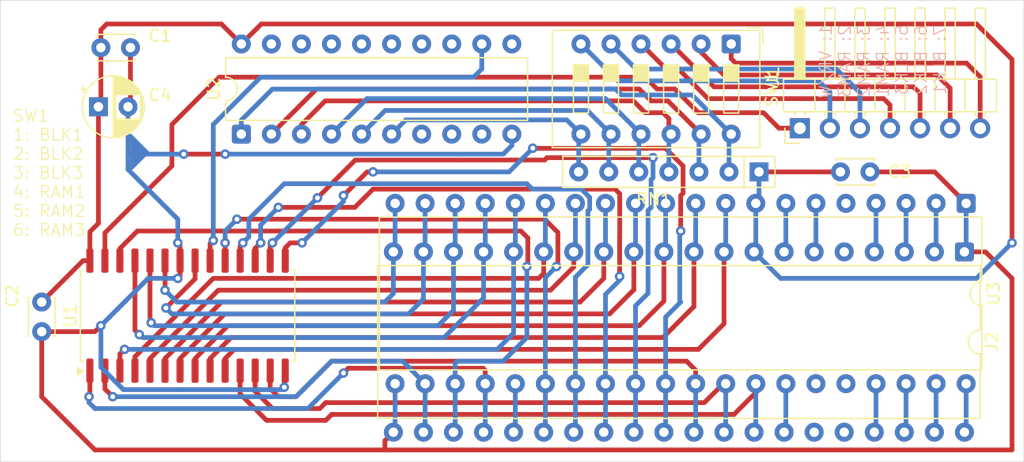
<source format=kicad_pcb>
(kicad_pcb (version 20241229) (generator "pcbnew") (generator_version "9.0")
  (layers (0 "F.Cu" signal) (2 "B.Cu" signal) (13 "F.Paste" user) (15 "B.Paste" user) (5 "F.SilkS" user "F.Silkscreen") (7 "B.SilkS" user "B.Silkscreen") (1 "F.Mask" user) (3 "B.Mask" user) (25 "Edge.Cuts" user))
  (net 0 "")
  (net 1 "GND")
  (net 2 "+5V")
  (net 3 "BLK2")
  (net 4 "RAM1")
  (net 5 "BLK1")
  (net 6 "RAM3")
  (net 7 "BLK3")
  (net 8 "VR{slash}W")
  (net 9 "RAM2")
  (net 10 "Net-(J2-Pin_31)")
  (net 11 "Net-(J2-Pin_13)")
  (net 12 "Net-(J2-Pin_2)")
  (net 13 "Net-(J2-Pin_32)")
  (net 14 "Net-(J2-Pin_18)")
  (net 15 "Net-(J2-Pin_39)")
  (net 16 "Net-(J2-Pin_29)")
  (net 17 "Net-(J2-Pin_15)")
  (net 18 "Net-(J2-Pin_40)")
  (net 19 "Net-(J2-Pin_17)")
  (net 20 "Net-(J2-Pin_37)")
  (net 21 "Net-(J2-Pin_33)")
  (net 22 "Net-(J2-Pin_9)")
  (net 23 "Net-(J2-Pin_23)")
  (net 24 "Net-(J2-Pin_27)")
  (net 25 "Net-(J2-Pin_16)")
  (net 26 "Net-(J2-Pin_11)")
  (net 27 "Net-(J2-Pin_22)")
  (net 28 "Net-(J2-Pin_38)")
  (net 29 "Net-(J2-Pin_4)")
  (net 30 "Net-(J2-Pin_28)")
  (net 31 "Net-(J2-Pin_19)")
  (net 33 "Net-(J2-Pin_3)")
  (net 34 "Net-(J2-Pin_14)")
  (net 35 "Net-(J2-Pin_10)")
  (net 36 "Net-(J2-Pin_30)")
  (net 37 "Net-(J2-Pin_20)")
  (net 38 "Net-(J2-Pin_7)")
  (net 39 "Net-(J2-Pin_25)")
  (net 40 "Net-(J2-Pin_26)")
  (net 41 "Net-(J2-Pin_12)")
  (net 42 "Net-(J2-Pin_34)")
  (net 45 "Net-(J2-Pin_6)")
  (net 46 "Net-(J2-Pin_24)")
  (net 47 "Net-(RN1-R5)")
  (net 48 "Net-(RN1-R6)")
  (net 49 "Net-(RN1-R1)")
  (net 50 "Net-(RN1-R4)")
  (net 51 "Net-(RN1-R2)")
  (net 52 "Net-(RN1-R3)")
  (net 53 "Net-(U1-~{CS})")
  (footprint "Capacitor_THT:C_Disc_D3.0mm_W2.0mm_P2.50mm" (layer "F.Cu") (at 80.5 127.5 -90)
    (property "Reference" "C2")
    (property "Value" ".1uf")
  )
  (footprint "Package_DIP:DIP-40_W15.24mm" (layer "F.Cu") (at 158.48 123.26 -90)
    (property "Reference" "J2")
    (property "Value" "DIP Header")
  )
  (footprint "Package_DIP:DIP-20_W7.62mm" (layer "F.Cu") (at 97.37 113.31 90)
    (property "Reference" "U2")
    (property "Value" "GAL16V8")
  )
  (footprint "Capacitor_THT:CP_Radial_D5.0mm_P2.50mm" (layer "F.Cu") (at 85.294888 111)
    (property "Reference" "C4")
    (property "Value" "10uf")
  )
  (footprint "Connector_PinHeader_2.54mm:PinHeader_1x07_P2.54mm_Horizontal" (layer "F.Cu") (at 144.57 112.81 90)
    (property "Reference" "J1")
    (property "Value" "7pin header")
  )
  (footprint "Package_SO:SOIC-28W_7.5x17.9mm_P1.27mm" (layer "F.Cu") (at 92.825 128.65 90)
    (property "Reference" "U1")
    (property "Value" "CY62256-70PC")
  )
  (footprint "Capacitor_THT:C_Disc_D3.0mm_W2.0mm_P2.50mm" (layer "F.Cu") (at 85.5 106)
    (property "Reference" "C1")
    (property "Value" ".1uf")
  )
  (footprint "Resistor_THT:R_Array_SIP7" (layer "F.Cu") (at 141.12 116.5 180)
    (property "Reference" "RN1")
    (property "Value" "3.3K")
  )
  (footprint "Button_Switch_THT:SW_DIP_SPSTx06_Slide_9.78x17.42mm_W7.62mm_P2.54mm" (layer "F.Cu") (at 138.77 105.69 -90)
    (property "Reference" "SW1")
    (property "Value" "SW_DIP_x06")
  )
  (footprint "Package_DIP:DIP-40_W15.24mm" (layer "F.Cu") (at 158.625 119.16 -90)
    (property "Reference" "U3")
    (property "Value" "6502")
  )
  (footprint "Capacitor_THT:C_Disc_D3.0mm_W2.0mm_P2.50mm" (layer "F.Cu") (at 148 116.5)
    (property "Reference" "C3")
    (property "Value" ".1uf")
  )
  (gr_line (start 77 102) (end 77 140.5) (stroke (width 0.05)) (layer "Edge.Cuts"))
  (gr_line (start 77 141) (end 77 140.5) (stroke (width 0.05)) (layer "Edge.Cuts"))
  (gr_line (start 163.5 141) (end 163.5 102) (stroke (width 0.05)) (layer "Edge.Cuts"))
  (gr_line (start 163.5 102) (end 77 102) (stroke (width 0.05)) (layer "Edge.Cuts"))
  (gr_line (start 77 141) (end 163.5 141) (stroke (width 0.05)) (layer "Edge.Cuts"))
  (gr_text "SW1\n1: BLK1\n2: BLK2\n3: BLK3\n4: RAM1\n5: RAM2\n6: RAM3" (at 78 122 0) (layer "F.SilkS") (effects (font (size 1 1) (thickness 0.1)) (justify left bottom)))
  (gr_text "1: VR/W\n2: RAM3\n3: RAM2\n4: RAM1\n5: BLK3\n6: BLK2\n7: BLK1" (at 157 104 90) (layer "B.SilkS") (effects (font (size 1 1) (thickness 0.1)) (justify left bottom mirror)))
  (segment (start 150.5 116.5) (end 155.965 116.5) (width 0.4) (layer "F.Cu") (net 1))
  (segment (start 88 110.794888) (end 87.794888 111) (width 0.4) (layer "F.Cu") (net 1))
  (segment (start 162.5 140) (end 162.5 125.5) (width 0.4) (layer "F.Cu") (net 1))
  (segment (start 162.5 125.5) (end 160.26 123.26) (width 0.4) (layer "F.Cu") (net 1))
  (segment (start 101 133.38) (end 101.08 133.3) (width 0.4) (layer "F.Cu") (net 1))
  (segment (start 85 140) (end 109.5 140) (width 0.4) (layer "F.Cu") (net 1))
  (segment (start 92.19 124) (end 92.19 125.31) (width 0.4) (layer "F.Cu") (net 1))
  (segment (start 92.19 125.31) (end 92 125.5) (width 0.4) (layer "F.Cu") (net 1))
  (segment (start 96 115) (end 93.5 115) (width 0.4) (layer "F.Cu") (net 1))
  (segment (start 109.5 140) (end 109.5 139.22) (width 0.4) (layer "F.Cu") (net 1))
  (segment (start 109.5 140) (end 162.5 140) (width 0.4) (layer "F.Cu") (net 1))
  (segment (start 88 106) (end 88 110.794888) (width 0.4) (layer "F.Cu") (net 1))
  (segment (start 80.5 135.5) (end 85 140) (width 0.4) (layer "F.Cu") (net 1))
  (segment (start 160.26 123.26) (end 158.48 123.26) (width 0.4) (layer "F.Cu") (net 1))
  (segment (start 80.5 130) (end 85 130) (width 0.4) (layer "F.Cu") (net 1))
  (segment (start 93.5 115) (end 92.5 115) (width 0.4) (layer "F.Cu") (net 1))
  (segment (start 101 134.7) (end 101 133.38) (width 0.4) (layer "F.Cu") (net 1))
  (segment (start 80.5 130) (end 80.5 135.5) (width 0.4) (layer "F.Cu") (net 1))
  (segment (start 155.965 116.5) (end 158.625 119.16) (width 0.4) (layer "F.Cu") (net 1))
  (segment (start 92.19 124) (end 92.19 122.69) (width 0.4) (layer "F.Cu") (net 1))
  (segment (start 85 130) (end 85.5 129.5) (width 0.4) (layer "F.Cu") (net 1))
  (segment (start 109.5 139.22) (end 110.22 138.5) (width 0.4) (layer "F.Cu") (net 1))
  (segment (start 92.19 122.69) (end 92 122.5) (width 0.4) (layer "F.Cu") (net 1))
  (via (at 92.5 115) (size 0.8) (drill 0.4) (layers "F.Cu" "B.Cu") (net 1))
  (via (at 96 115) (size 0.8) (drill 0.4) (layers "F.Cu" "B.Cu") (net 1))
  (via (at 85.5 129.5) (size 0.8) (drill 0.4) (layers "F.Cu" "B.Cu") (net 1))
  (via (at 101 134.7) (size 0.8) (drill 0.4) (layers "F.Cu" "B.Cu") (net 1))
  (via (at 92 122.5) (size 0.8) (drill 0.4) (layers "F.Cu" "B.Cu") (net 1))
  (via (at 92 125.5) (size 0.8) (drill 0.4) (layers "F.Cu" "B.Cu") (net 1))
  (segment (start 89.5 125.5) (end 92 125.5) (width 0.4) (layer "B.Cu") (net 1))
  (segment (start 87.794888 113.5) (end 88 113.5) (width 0.4) (layer "B.Cu") (net 1))
  (segment (start 87.794888 111) (end 87.794888 113.5) (width 0.4) (layer "B.Cu") (net 1))
  (segment (start 85.5 133) (end 85.5 129.5) (width 0.4) (layer "B.Cu") (net 1))
  (segment (start 87.794888 115) (end 87.794888 116.294888) (width 0.4) (layer "B.Cu") (net 1))
  (segment (start 87.5 134.899) (end 87.399 134.899) (width 0.4) (layer "B.Cu") (net 1))
  (segment (start 119.5 115) (end 96.5 115) (width 0.4) (layer "B.Cu") (net 1))
  (segment (start 158.625 119.16) (end 158.625 122.615) (width 0.4) (layer "B.Cu") (net 1))
  (segment (start 100.801 134.899) (end 92 134.899) (width 0.4) (layer "B.Cu") (net 1))
  (segment (start 120.23 113.31) (end 120.23 114.27) (width 0.4) (layer "B.Cu") (net 1))
  (segment (start 120.23 114.27) (end 119.5 115) (width 0.4) (layer "B.Cu") (net 1))
  (segment (start 158.625 122.615) (end 158.48 122.76) (width 0.4) (layer "B.Cu") (net 1))
  (segment (start 110.365 137.855) (end 110.22 138) (width 0.4) (layer "B.Cu") (net 1))
  (segment (start 87.399 134.899) (end 85.5 133) (width 0.4) (layer "B.Cu") (net 1))
  (segment (start 85.5 129.5) (end 89.5 125.5) (width 0.4) (layer "B.Cu") (net 1))
  (segment (start 101 134.7) (end 100.801 134.899) (width 0.4) (layer "B.Cu") (net 1))
  (segment (start 89.5 115) (end 87.794888 115) (width 0.4) (layer "B.Cu") (net 1))
  (segment (start 92.5 115) (end 89.5 115) (width 0.4) (layer "B.Cu") (net 1))
  (segment (start 87.794888 113.5) (end 87.794888 115) (width 0.4) (layer "B.Cu") (net 1))
  (segment (start 92 134.899) (end 87.5 134.899) (width 0.4) (layer "B.Cu") (net 1))
  (segment (start 110.365 134.4) (end 110.365 137.855) (width 0.4) (layer "B.Cu") (net 1))
  (segment (start 88 113.5) (end 89.5 115) (width 0.4) (layer "B.Cu") (net 1))
  (segment (start 87.794888 116.294888) (end 92 120.5) (width 0.4) (layer "B.Cu") (net 1))
  (segment (start 92 120.5) (end 92 122.5) (width 0.4) (layer "B.Cu") (net 1))
  (segment (start 96.5 115) (end 96 115) (width 0.4) (layer "B.Cu") (net 1))
  (segment (start 80.5 127.5) (end 84 124) (width 0.4) (layer "F.Cu") (net 2))
  (segment (start 85.5 104.5) (end 86 104) (width 0.4) (layer "F.Cu") (net 2))
  (segment (start 97.37 105.69) (end 99.06 104) (width 0.4) (layer "F.Cu") (net 2))
  (segment (start 85.294888 111) (end 85.294888 120.845112) (width 0.4) (layer "F.Cu") (net 2))
  (segment (start 85.5 110.794888) (end 85.294888 111) (width 0.4) (layer "F.Cu") (net 2))
  (segment (start 84 124) (end 84.57 124) (width 0.4) (layer "F.Cu") (net 2))
  (segment (start 85.5 106) (end 85.5 104.5) (width 0.4) (layer "F.Cu") (net 2))
  (segment (start 159.5 104) (end 161 105.5) (width 0.4) (layer "F.Cu") (net 2))
  (segment (start 142.5 104) (end 159.5 104) (width 0.4) (layer "F.Cu") (net 2))
  (segment (start 85.294888 120.845112) (end 84.64 121.5) (width 0.4) (layer "F.Cu") (net 2))
  (segment (start 141.12 116.5) (end 148 116.5) (width 0.4) (layer "F.Cu") (net 2))
  (segment (start 161 105.5) (end 162.5 107) (width 0.4) (layer "F.Cu") (net 2))
  (segment (start 162.5 107) (end 162.5 122.5) (width 0.4) (layer "F.Cu") (net 2))
  (segment (start 85.5 106) (end 85.5 110.794888) (width 0.4) (layer "F.Cu") (net 2))
  (segment (start 95.68 104) (end 97.37 105.69) (width 0.4) (layer "F.Cu") (net 2))
  (segment (start 99.06 104) (end 142.5 104) (width 0.4) (layer "F.Cu") (net 2))
  (segment (start 86 104) (end 95.68 104) (width 0.4) (layer "F.Cu") (net 2))
  (segment (start 84.57 121.57) (end 84.57 124) (width 0.4) (layer "F.Cu") (net 2))
  (via (at 162.5 122.5) (size 0.8) (drill 0.4) (layers "F.Cu" "B.Cu") (net 2))
  (segment (start 140.845 122.615) (end 140.7 122.76) (width 0.4) (layer "B.Cu") (net 2))
  (segment (start 159.5 125.5) (end 162.5 122.5) (width 0.4) (layer "B.Cu") (net 2))
  (segment (start 159 125.5) (end 159.5 125.5) (width 0.4) (layer "B.Cu") (net 2))
  (segment (start 141.12 118.885) (end 140.845 119.16) (width 0.4) (layer "B.Cu") (net 2))
  (segment (start 140.845 119.16) (end 140.845 122.615) (width 0.4) (layer "B.Cu") (net 2))
  (segment (start 141.12 116.5) (end 141.12 118.885) (width 0.4) (layer "B.Cu") (net 2))
  (segment (start 142.94 125.5) (end 159 125.5) (width 0.4) (layer "B.Cu") (net 2))
  (segment (start 140.7 123.26) (end 142.94 125.5) (width 0.4) (layer "B.Cu") (net 2))
  (segment (start 138.15 108.31) (end 136.23 106.39) (width 0.4) (layer "F.Cu") (net 3))
  (segment (start 157.27 109.43) (end 156.15 108.31) (width 0.4) (layer "F.Cu") (net 3))
  (segment (start 156.15 108.31) (end 138.15 108.31) (width 0.4) (layer "F.Cu") (net 3))
  (segment (start 157.27 112.81) (end 157.27 109.43) (width 0.4) (layer "F.Cu") (net 3))
  (segment (start 136.23 106.39) (end 136.23 105.69) (width 0.4) (layer "F.Cu") (net 3))
  (segment (start 133.46 108) (end 131.15 105.69) (width 0.4) (layer "F.Cu") (net 4))
  (segment (start 134.5 108) (end 133.46 108) (width 0.4) (layer "F.Cu") (net 4))
  (segment (start 136.81 110.31) (end 134.5 108) (width 0.4) (layer "F.Cu") (net 4))
  (segment (start 151.65 110.31) (end 136.81 110.31) (width 0.4) (layer "F.Cu") (net 4))
  (segment (start 152.19 110.85) (end 151.65 110.31) (width 0.4) (layer "F.Cu") (net 4))
  (segment (start 152.19 112.81) (end 152.19 110.85) (width 0.4) (layer "F.Cu") (net 4))
  (segment (start 139.15 107.31) (end 138.77 106.93) (width 0.4) (layer "F.Cu") (net 5))
  (segment (start 159.81 108.47) (end 158.65 107.31) (width 0.4) (layer "F.Cu") (net 5))
  (segment (start 158.65 107.31) (end 139.15 107.31) (width 0.4) (layer "F.Cu") (net 5))
  (segment (start 159.81 112.81) (end 159.81 108.47) (width 0.4) (layer "F.Cu") (net 5))
  (segment (start 138.77 106.93) (end 138.77 105.69) (width 0.4) (layer "F.Cu") (net 5))
  (segment (start 146.15 108.81) (end 129.19 108.81) (width 0.4) (layer "B.Cu") (net 6))
  (segment (start 129.19 108.81) (end 126.07 105.69) (width 0.4) (layer "B.Cu") (net 6))
  (segment (start 147.11 109.77) (end 146.15 108.81) (width 0.4) (layer "B.Cu") (net 6))
  (segment (start 147.11 112.81) (end 147.11 109.77) (width 0.4) (layer "B.Cu") (net 6))
  (segment (start 137.31 109.31) (end 133.69 105.69) (width 0.4) (layer "F.Cu") (net 7))
  (segment (start 154.73 112.81) (end 154.73 109.89) (width 0.4) (layer "F.Cu") (net 7))
  (segment (start 154.15 109.31) (end 137.31 109.31) (width 0.4) (layer "F.Cu") (net 7))
  (segment (start 154.73 109.89) (end 154.15 109.31) (width 0.4) (layer "F.Cu") (net 7))
  (segment (start 136 111.5) (end 134 109.5) (width 0.4) (layer "F.Cu") (net 8))
  (segment (start 134 109.5) (end 132.5 109.5) (width 0.4) (layer "F.Cu") (net 8))
  (segment (start 85.84 121.66) (end 85.84 124) (width 0.4) (layer "F.Cu") (net 8))
  (segment (start 91.5 112.5) (end 91.5 116) (width 0.4) (layer "F.Cu") (net 8))
  (segment (start 95.5 108.5) (end 91.5 112.5) (width 0.4) (layer "F.Cu") (net 8))
  (segment (start 144.57 112.81) (end 142.81 112.81) (width 0.4) (layer "F.Cu") (net 8))
  (segment (start 142.81 112.81) (end 141.5 111.5) (width 0.4) (layer "F.Cu") (net 8))
  (segment (start 141.5 111.5) (end 136 111.5) (width 0.4) (layer "F.Cu") (net 8))
  (segment (start 131.5 108.5) (end 95.5 108.5) (width 0.4) (layer "F.Cu") (net 8))
  (segment (start 132.5 109.5) (end 131.5 108.5) (width 0.4) (layer "F.Cu") (net 8))
  (segment (start 91.5 116) (end 85.84 121.66) (width 0.4) (layer "F.Cu") (net 8))
  (segment (start 149.65 112.81) (end 149.65 109.81) (width 0.4) (layer "B.Cu") (net 9))
  (segment (start 147.65 107.81) (end 130.65 107.81) (width 0.4) (layer "B.Cu") (net 9))
  (segment (start 130.65 107.81) (end 130.65 107.73) (width 0.4) (layer "B.Cu") (net 9))
  (segment (start 149.65 109.81) (end 147.65 107.81) (width 0.4) (layer "B.Cu") (net 9))
  (segment (start 130.65 107.73) (end 128.61 105.69) (width 0.4) (layer "B.Cu") (net 9))
  (segment (start 105 132.5) (end 135 132.5) (width 0.4) (layer "F.Cu") (net 10))
  (segment (start 102 135.5) (end 105 132.5) (width 0.4) (layer "F.Cu") (net 10))
  (segment (start 99.81 133.3) (end 99.81 134.81) (width 0.4) (layer "F.Cu") (net 10))
  (segment (start 99.81 134.81) (end 100.5 135.5) (width 0.4) (layer "F.Cu") (net 10))
  (segment (start 135 132.5) (end 135.765 133.265) (width 0.4) (layer "F.Cu") (net 10))
  (segment (start 100.5 135.5) (end 102 135.5) (width 0.4) (layer "F.Cu") (net 10))
  (segment (start 135.765 133.265) (end 135.765 134.4) (width 0.4) (layer "F.Cu") (net 10))
  (segment (start 135.765 134.4) (end 135.765 137.855) (width 0.4) (layer "B.Cu") (net 10))
  (segment (start 135.765 137.855) (end 135.62 138) (width 0.4) (layer "B.Cu") (net 10))
  (segment (start 128 125.5) (end 128 122.76) (width 0.4) (layer "F.Cu") (net 11))
  (segment (start 126 127.5) (end 128 125.5) (width 0.4) (layer "F.Cu") (net 11))
  (segment (start 90.92 132.275001) (end 95.695001 127.5) (width 0.4) (layer "F.Cu") (net 11))
  (segment (start 90.92 133.3) (end 90.92 132.275001) (width 0.4) (layer "F.Cu") (net 11))
  (segment (start 95.695001 127.5) (end 126 127.5) (width 0.4) (layer "F.Cu") (net 11))
  (segment (start 128.145 119.16) (end 128.145 122.615) (width 0.4) (layer "B.Cu") (net 11))
  (segment (start 128.145 122.615) (end 128 122.76) (width 0.4) (layer "B.Cu") (net 11))
  (segment (start 156.085 122.615) (end 155.94 122.76) (width 0.4) (layer "B.Cu") (net 12))
  (segment (start 156.085 119.16) (end 156.085 122.615) (width 0.4) (layer "B.Cu") (net 12))
  (segment (start 98.54 135.04) (end 100 136.5) (width 0.4) (layer "F.Cu") (net 13))
  (segment (start 136.5 136) (end 138.1 134.4) (width 0.4) (layer "F.Cu") (net 13))
  (segment (start 138.1 134.4) (end 138.305 134.4) (width 0.4) (layer "F.Cu") (net 13))
  (segment (start 98.54 133.3) (end 98.54 135.04) (width 0.4) (layer "F.Cu") (net 13))
  (segment (start 104.5 136) (end 136.5 136) (width 0.4) (layer "F.Cu") (net 13))
  (segment (start 100 136.5) (end 104 136.5) (width 0.4) (layer "F.Cu") (net 13))
  (segment (start 104 136.5) (end 104.5 136) (width 0.4) (layer "F.Cu") (net 13))
  (segment (start 138.305 134.4) (end 138.305 137.855) (width 0.4) (layer "B.Cu") (net 13))
  (segment (start 138.305 137.855) (end 138.16 138) (width 0.4) (layer "B.Cu") (net 13))
  (segment (start 89.65 124) (end 89.65 129.15) (width 0.4) (layer "F.Cu") (net 14))
  (segment (start 89.65 129.15) (end 89.75 129.25) (width 0.4) (layer "F.Cu") (net 14))
  (via (at 89.75 129.25) (size 0.8) (drill 0.4) (layers "F.Cu" "B.Cu") (net 14))
  (segment (start 114 129.5) (end 90 129.5) (width 0.4) (layer "B.Cu") (net 14))
  (segment (start 115.445 122.615) (end 115.3 122.76) (width 0.4) (layer "B.Cu") (net 14))
  (segment (start 115.3 128.2) (end 114 129.5) (width 0.4) (layer "B.Cu") (net 14))
  (segment (start 115.3 122.76) (end 115.3 128.2) (width 0.4) (layer "B.Cu") (net 14))
  (segment (start 115.445 119.16) (end 115.445 122.615) (width 0.4) (layer "B.Cu") (net 14))
  (segment (start 156.085 134.4) (end 156.085 137.855) (width 0.4) (layer "B.Cu") (net 15))
  (segment (start 156.085 137.855) (end 155.94 138) (width 0.4) (layer "B.Cu") (net 15))
  (segment (start 103.8 118.7) (end 107 115.5) (width 0.4) (layer "F.Cu") (net 16))
  (segment (start 99.81 124) (end 99.81 122.69) (width 0.4) (layer "F.Cu") (net 16))
  (segment (start 123.2 115.3) (end 132 115.3) (width 0.4) (layer "F.Cu") (net 16))
  (segment (start 99.81 122.69) (end 100 122.5) (width 0.4) (layer "F.Cu") (net 16))
  (segment (start 116 115.5) (end 123 115.5) (width 0.4) (layer "F.Cu") (net 16))
  (segment (start 123 115.5) (end 123.2 115.3) (width 0.4) (layer "F.Cu") (net 16))
  (segment (start 107 115.5) (end 116 115.5) (width 0.4) (layer "F.Cu") (net 16))
  (via (at 100 122.5) (size 0.8) (drill 0.4) (layers "F.Cu" "B.Cu") (net 16))
  (via (at 132.161 115.3) (size 0.8) (drill 0.4) (layers "F.Cu" "B.Cu") (net 16))
  (via (at 103.8 118.7) (size 0.8) (drill 0.4) (layers "F.Cu" "B.Cu") (net 16))
  (segment (start 132.161 116.997471) (end 132 117.158471) (width 0.4) (layer "B.Cu") (net 16))
  (segment (start 131.741 119.759) (end 131.741 126.759) (width 0.4) (layer "B.Cu") (net 16))
  (segment (start 132.161 115.161) (end 132.161 116.997471) (width 0.4) (layer "B.Cu") (net 16))
  (segment (start 130.685 127.815) (end 130.685 134.4) (width 0.4) (layer "B.Cu") (net 16))
  (segment (start 130.685 137.855) (end 130.54 138) (width 0.4) (layer "B.Cu") (net 16))
  (segment (start 103.8 118.7) (end 100 122.5) (width 0.4) (layer "B.Cu") (net 16))
  (segment (start 132 117.158471) (end 132 119.5) (width 0.4) (layer "B.Cu") (net 16))
  (segment (start 130.685 134.4) (end 130.685 137.855) (width 0.4) (layer "B.Cu") (net 16))
  (segment (start 131.741 126.759) (end 130.685 127.815) (width 0.4) (layer "B.Cu") (net 16))
  (segment (start 132 119.5) (end 131.741 119.759) (width 0.4) (layer "B.Cu") (net 16))
  (segment (start 122.5 125.5) (end 122.92 125.08) (width 0.4) (layer "F.Cu") (net 17))
  (segment (start 95 125.5) (end 122.5 125.5) (width 0.4) (layer "F.Cu") (net 17))
  (segment (start 88.38 133.3) (end 88.38 132.12) (width 0.4) (layer "F.Cu") (net 17))
  (segment (start 88.38 132.12) (end 95 125.5) (width 0.4) (layer "F.Cu") (net 17))
  (segment (start 122.92 125.08) (end 122.92 122.76) (width 0.4) (layer "F.Cu") (net 17))
  (segment (start 123.065 119.16) (end 123.065 122.615) (width 0.4) (layer "B.Cu") (net 17))
  (segment (start 123.065 122.615) (end 122.92 122.76) (width 0.4) (layer "B.Cu") (net 17))
  (segment (start 158.625 134.4) (end 158.625 137.855) (width 0.4) (layer "B.Cu") (net 18))
  (segment (start 158.625 137.855) (end 158.48 138) (width 0.4) (layer "B.Cu") (net 18))
  (segment (start 88.38 124) (end 88.38 129.88) (width 0.4) (layer "F.Cu") (net 19))
  (segment (start 88.38 129.88) (end 88.75 130.25) (width 0.4) (layer "F.Cu") (net 19))
  (via (at 88.75 130.25) (size 0.8) (drill 0.4) (layers "F.Cu" "B.Cu") (net 19))
  (segment (start 117.985 122.615) (end 117.84 122.76) (width 0.4) (layer "B.Cu") (net 19))
  (segment (start 117.84 127.16) (end 114.5 130.5) (width 0.4) (layer "B.Cu") (net 19))
  (segment (start 117.985 119.16) (end 117.985 122.615) (width 0.4) (layer "B.Cu") (net 19))
  (segment (start 117.84 122.76) (end 117.84 127.16) (width 0.4) (layer "B.Cu") (net 19))
  (segment (start 114.5 130.5) (end 89 130.5) (width 0.4) (layer "B.Cu") (net 19))
  (segment (start 151.005 137.855) (end 150.86 138) (width 0.4) (layer "B.Cu") (net 20))
  (segment (start 151.005 134.4) (end 151.005 137.855) (width 0.4) (layer "B.Cu") (net 20))
  (segment (start 97.27 135.27) (end 99.5 137.5) (width 0.4) (layer "F.Cu") (net 21))
  (segment (start 141 135) (end 141 134.555) (width 0.4) (layer "F.Cu") (net 21))
  (segment (start 105 137) (end 139 137) (width 0.4) (layer "F.Cu") (net 21))
  (segment (start 104.5 137.5) (end 105 137) (width 0.4) (layer "F.Cu") (net 21))
  (segment (start 139 137) (end 141 135) (width 0.4) (layer "F.Cu") (net 21))
  (segment (start 97.27 133.3) (end 97.27 135.27) (width 0.4) (layer "F.Cu") (net 21))
  (segment (start 141 134.555) (end 140.845 134.4) (width 0.4) (layer "F.Cu") (net 21))
  (segment (start 99.5 137.5) (end 104.5 137.5) (width 0.4) (layer "F.Cu") (net 21))
  (segment (start 140.845 134.4) (end 140.845 137.855) (width 0.4) (layer "B.Cu") (net 21))
  (segment (start 140.845 137.855) (end 140.7 138) (width 0.4) (layer "B.Cu") (net 21))
  (segment (start 96 133.3) (end 96 132.275001) (width 0.2) (layer "F.Cu") (net 22))
  (segment (start 136 131.5) (end 138.16 129.34) (width 0.4) (layer "F.Cu") (net 22))
  (segment (start 96.775001 131.5) (end 136 131.5) (width 0.4) (layer "F.Cu") (net 22))
  (segment (start 138.16 129.34) (end 138.16 122.76) (width 0.4) (layer "F.Cu") (net 22))
  (segment (start 96 132.275001) (end 96.775001 131.5) (width 0.4) (layer "F.Cu") (net 22))
  (segment (start 138.305 122.615) (end 138.16 122.76) (width 0.4) (layer "B.Cu") (net 22))
  (segment (start 138.305 119.16) (end 138.305 122.615) (width 0.4) (layer "B.Cu") (net 22))
  (segment (start 121.581 124.419) (end 121.5 124.5) (width 0.4) (layer "F.Cu") (net 23))
  (segment (start 121.581 122.081) (end 121.581 124.419) (width 0.4) (layer "F.Cu") (net 23))
  (segment (start 87.11 124) (end 87.11 122.975001) (width 0.4) (layer "F.Cu") (net 23))
  (segment (start 121 121.5) (end 121.581 122.081) (width 0.4) (layer "F.Cu") (net 23))
  (segment (start 87.11 122.975001) (end 88.042501 122.042501) (width 0.4) (layer "F.Cu") (net 23))
  (segment (start 88.042501 122.042501) (end 88.085001 122) (width 0.4) (layer "F.Cu") (net 23))
  (segment (start 88.585002 121.5) (end 121 121.5) (width 0.4) (layer "F.Cu") (net 23))
  (segment (start 88.042501 122.042501) (end 88.585002 121.5) (width 0.4) (layer "F.Cu") (net 23))
  (via (at 121.5 124.5) (size 0.8) (drill 0.4) (layers "F.Cu" "B.Cu") (net 23))
  (segment (start 115.445 137.855) (end 115.3 138) (width 0.4) (layer "B.Cu") (net 23))
  (segment (start 115.445 134.4) (end 115.445 132.656) (width 0.4) (layer "B.Cu") (net 23))
  (segment (start 115.601 132.5) (end 119.5 132.5) (width 0.4) (layer "B.Cu") (net 23))
  (segment (start 115.445 134.4) (end 115.445 137.855) (width 0.4) (layer "B.Cu") (net 23))
  (segment (start 115.445 132.656) (end 115.601 132.5) (width 0.4) (layer "B.Cu") (net 23))
  (segment (start 121.5 130.5) (end 121.5 124.5) (width 0.4) (layer "B.Cu") (net 23))
  (segment (start 119.5 132.5) (end 121.5 130.5) (width 0.4) (layer "B.Cu") (net 23))
  (segment (start 97.27 122.73) (end 97.5 122.5) (width 0.4) (layer "F.Cu") (net 24))
  (segment (start 97.27 124) (end 97.27 122.73) (width 0.4) (layer "F.Cu") (net 24))
  (via (at 97.5 122.5) (size 0.8) (drill 0.4) (layers "F.Cu" "B.Cu") (net 24))
  (segment (start 126.102471 117.959) (end 121.959 117.959) (width 0.4) (layer "B.Cu") (net 24))
  (segment (start 126.661 119.802471) (end 126.806 119.657471) (width 0.4) (layer "B.Cu") (net 24))
  (segment (start 98 122) (end 97.5 122.5) (width 0.4) (layer "B.Cu") (net 24))
  (segment (start 121.5 117.5) (end 101 117.5) (width 0.4) (layer "B.Cu") (net 24))
  (segment (start 125.605 137.855) (end 125.46 138) (width 0.4) (layer "B.Cu") (net 24))
  (segment (start 121.959 117.959) (end 121.5 117.5) (width 0.4) (layer "B.Cu") (net 24))
  (segment (start 126.806 118.662529) (end 126.102471 117.959) (width 0.4) (layer "B.Cu") (net 24))
  (segment (start 126.806 119.657471) (end 126.806 118.662529) (width 0.4) (layer "B.Cu") (net 24))
  (segment (start 126.661 124.339) (end 126.661 119.802471) (width 0.4) (layer "B.Cu") (net 24))
  (segment (start 125.605 134.4) (end 125.605 125.395) (width 0.4) (layer "B.Cu") (net 24))
  (segment (start 125.605 134.4) (end 125.605 137.855) (width 0.4) (layer "B.Cu") (net 24))
  (segment (start 98 120.5) (end 98 122) (width 0.4) (layer "B.Cu") (net 24))
  (segment (start 101 117.5) (end 98 120.5) (width 0.4) (layer "B.Cu") (net 24))
  (segment (start 125.605 125.395) (end 126.661 124.339) (width 0.4) (layer "B.Cu") (net 24))
  (segment (start 87.11 131.89) (end 87.5 131.5) (width 0.4) (layer "F.Cu") (net 25))
  (segment (start 87.11 133.3) (end 87.11 131.89) (width 0.4) (layer "F.Cu") (net 25))
  (via (at 87.5 131.5) (size 0.8) (drill 0.4) (layers "F.Cu" "B.Cu") (net 25))
  (segment (start 120.525 119.16) (end 120.525 122.615) (width 0.4) (layer "B.Cu") (net 25))
  (segment (start 120.38 122.76) (end 120.38 130.12) (width 0.4) (layer "B.Cu") (net 25))
  (segment (start 119 131.5) (end 87.5 131.5) (width 0.4) (layer "B.Cu") (net 25))
  (segment (start 120.38 130.12) (end 119 131.5) (width 0.4) (layer "B.Cu") (net 25))
  (segment (start 120.525 122.615) (end 120.38 122.76) (width 0.4) (layer "B.Cu") (net 25))
  (segment (start 96.235001 129.5) (end 93.46 132.275001) (width 0.4) (layer "F.Cu") (net 26))
  (segment (start 133.08 127.42) (end 133.08 122.76) (width 0.4) (layer "F.Cu") (net 26))
  (segment (start 131 129.5) (end 96.235001 129.5) (width 0.4) (layer "F.Cu") (net 26))
  (segment (start 93.46 133.3) (end 93.46 132.275001) (width 0.2) (layer "F.Cu") (net 26))
  (segment (start 131 129.5) (end 133.08 127.42) (width 0.4) (layer "F.Cu") (net 26))
  (segment (start 133.225 119.16) (end 133.225 122.615) (width 0.4) (layer "B.Cu") (net 26))
  (segment (start 133.225 122.615) (end 133.08 122.76) (width 0.4) (layer "B.Cu") (net 26))
  (segment (start 85.84 133.3) (end 85.84 134.84) (width 0.4) (layer "F.Cu") (net 27))
  (segment (start 85.84 134.84) (end 86.5 135.5) (width 0.4) (layer "F.Cu") (net 27))
  (via (at 86.5 135.5) (size 0.8) (drill 0.4) (layers "F.Cu" "B.Cu") (net 27))
  (segment (start 112.905 134.4) (end 111.005 132.5) (width 0.4) (layer "B.Cu") (net 27))
  (segment (start 102 135.5) (end 86.5 135.5) (width 0.4) (layer "B.Cu") (net 27))
  (segment (start 112.905 134.4) (end 112.905 137.855) (width 0.4) (layer "B.Cu") (net 27))
  (segment (start 112.905 137.855) (end 112.76 138) (width 0.4) (layer "B.Cu") (net 27))
  (segment (start 111.005 132.5) (end 105 132.5) (width 0.4) (layer "B.Cu") (net 27))
  (segment (start 105 132.5) (end 102 135.5) (width 0.4) (layer "B.Cu") (net 27))
  (segment (start 153.545 137.855) (end 153.4 138) (width 0.4) (layer "B.Cu") (net 28))
  (segment (start 153.545 134.4) (end 153.545 137.855) (width 0.4) (layer "B.Cu") (net 28))
  (segment (start 151.005 119.16) (end 151.005 122.615) (width 0.4) (layer "B.Cu") (net 29))
  (segment (start 151.005 122.615) (end 150.86 122.76) (width 0.4) (layer "B.Cu") (net 29))
  (segment (start 98.54 124) (end 98.54 122.96) (width 0.4) (layer "F.Cu") (net 30))
  (segment (start 129.339 122.052471) (end 129.346 122.045471) (width 0.4) (layer "F.Cu") (net 30))
  (segment (start 128.959 117.959) (end 108.5 117.959) (width 0.4) (layer "F.Cu") (net 30))
  (segment (start 129.346 118.346) (end 128.959 117.959) (width 0.4) (layer "F.Cu") (net 30))
  (segment (start 129.339 125.339) (end 129.339 122.052471) (width 0.4) (layer "F.Cu") (net 30))
  (segment (start 98.54 122.96) (end 99 122.5) (width 0.4) (layer "F.Cu") (net 30))
  (segment (start 129.346 122.045471) (end 129.346 118.346) (width 0.4) (layer "F.Cu") (net 30))
  (segment (start 100.5 119.5) (end 106.959 119.5) (width 0.4) (layer "F.Cu") (net 30))
  (segment (start 106.959 119.5) (end 108.5 117.959) (width 0.4) (layer "F.Cu") (net 30))
  (via (at 100.5 119.5) (size 0.8) (drill 0.4) (layers "F.Cu" "B.Cu") (net 30))
  (via (at 129.339 125.339) (size 0.8) (drill 0.4) (layers "F.Cu" "B.Cu") (net 30))
  (via (at 99 122.5) (size 0.8) (drill 0.4) (layers "F.Cu" "B.Cu") (net 30))
  (segment (start 128.145 137.855) (end 128 138) (width 0.4) (layer "B.Cu") (net 30))
  (segment (start 128.145 134.4) (end 128.145 137.855) (width 0.4) (layer "B.Cu") (net 30))
  (segment (start 99 122.5) (end 99 121) (width 0.4) (layer "B.Cu") (net 30))
  (segment (start 129.339 125.339) (end 129.339 125.661) (width 0.4) (layer "B.Cu") (net 30))
  (segment (start 99 121) (end 100.5 119.5) (width 0.4) (layer "B.Cu") (net 30))
  (segment (start 128.145 126.855) (end 128.145 134.4) (width 0.4) (layer "B.Cu") (net 30))
  (segment (start 129.339 125.661) (end 128.145 126.855) (width 0.4) (layer "B.Cu") (net 30))
  (segment (start 93.46 125.54) (end 93.46 124) (width 0.4) (layer "F.Cu") (net 31))
  (segment (start 91 128) (end 93.46 125.54) (width 0.4) (layer "F.Cu") (net 31))
  (via (at 91 128) (size 0.8) (drill 0.4) (layers "F.Cu" "B.Cu") (net 31))
  (segment (start 91 128) (end 91.5 128.5) (width 0.4) (layer "B.Cu") (net 31))
  (segment (start 112.76 127.24) (end 112.76 122.76) (width 0.4) (layer "B.Cu") (net 31))
  (segment (start 91.5 128.5) (end 111.5 128.5) (width 0.4) (layer "B.Cu") (net 31))
  (segment (start 112.76 122.76) (end 112.905 122.615) (width 0.4) (layer "B.Cu") (net 31))
  (segment (start 112.905 122.615) (end 112.905 119.16) (width 0.4) (layer "B.Cu") (net 31))
  (segment (start 111.5 128.5) (end 112.76 127.24) (width 0.4) (layer "B.Cu") (net 31))
  (segment (start 153.545 122.615) (end 153.4 122.76) (width 0.4) (layer "B.Cu") (net 33))
  (segment (start 153.545 119.16) (end 153.545 122.615) (width 0.4) (layer "B.Cu") (net 33))
  (segment (start 123.5 126.5) (end 125.46 124.54) (width 0.4) (layer "F.Cu") (net 34))
  (segment (start 89.65 133.3) (end 89.65 132.275001) (width 0.4) (layer "F.Cu") (net 34))
  (segment (start 125.46 124.54) (end 125.46 122.76) (width 0.4) (layer "F.Cu") (net 34))
  (segment (start 89.65 132.275001) (end 95.425001 126.5) (width 0.4) (layer "F.Cu") (net 34))
  (segment (start 95.425001 126.5) (end 123.5 126.5) (width 0.4) (layer "F.Cu") (net 34))
  (segment (start 125.605 119.16) (end 125.605 122.615) (width 0.4) (layer "B.Cu") (net 34))
  (segment (start 125.605 122.615) (end 125.46 122.76) (width 0.4) (layer "B.Cu") (net 34))
  (segment (start 135.62 127.88) (end 135.62 122.76) (width 0.4) (layer "F.Cu") (net 35))
  (segment (start 94.73 132.275001) (end 96.505001 130.5) (width 0.4) (layer "F.Cu") (net 35))
  (segment (start 133 130.5) (end 135.62 127.88) (width 0.4) (layer "F.Cu") (net 35))
  (segment (start 96.505001 130.5) (end 133 130.5) (width 0.4) (layer "F.Cu") (net 35))
  (segment (start 94.73 133.3) (end 94.73 132.275001) (width 0.2) (layer "F.Cu") (net 35))
  (segment (start 135.765 119.16) (end 135.765 122.615) (width 0.4) (layer "B.Cu") (net 35))
  (segment (start 135.765 122.615) (end 135.62 122.76) (width 0.4) (layer "B.Cu") (net 35))
  (segment (start 108.5 116.5) (end 108 116.5) (width 0.4) (layer "F.Cu") (net 36))
  (segment (start 131.647471 114.511) (end 121.989 114.511) (width 0.4) (layer "F.Cu") (net 36))
  (segment (start 101.5 122.5) (end 102.5 122.5) (width 0.4) (layer "F.Cu") (net 36))
  (segment (start 133.197471 114.499) (end 131.659471 114.499) (width 0.4) (layer "F.Cu") (net 36))
  (segment (start 108 116.5) (end 106 118.5) (width 0.4) (layer "F.Cu") (net 36))
  (segment (start 101.08 124) (end 101.08 122.92) (width 0.4) (layer "F.Cu") (net 36))
  (segment (start 131.659471 114.499) (end 131.647471 114.511) (width 0.4) (layer "F.Cu") (net 36))
  (segment (start 134.701 118.299) (end 134.701 116.002529) (width 0.4) (layer "F.Cu") (net 36))
  (segment (start 134.5 118.5) (end 134.701 118.299) (width 0.4) (layer "F.Cu") (net 36))
  (segment (start 134.5 121.5) (end 134.5 118.5) (width 0.4) (layer "F.Cu") (net 36))
  (segment (start 134.701 116.002529) (end 133.197471 114.499) (width 0.4) (layer "F.Cu") (net 36))
  (segment (start 101.08 122.92) (end 101.5 122.5) (width 0.4) (layer "F.Cu") (net 36))
  (via (at 122 114.5) (size 0.8) (drill 0.4) (layers "F.Cu" "B.Cu") (net 36))
  (via (at 134.5 121.5) (size 0.8) (drill 0.4) (layers "F.Cu" "B.Cu") (net 36))
  (via (at 108.5 116.5) (size 0.8) (drill 0.4) (layers "F.Cu" "B.Cu") (net 36))
  (via (at 106 118.5) (size 0.8) (drill 0.4) (layers "F.Cu" "B.Cu") (net 36))
  (via (at 102.5 122.5) (size 0.8) (drill 0.4) (layers "F.Cu" "B.Cu") (net 36))
  (segment (start 134.5 127.5) (end 134.419 127.419) (width 0.4) (layer "B.Cu") (net 36))
  (segment (start 133.225 134.4) (end 133.225 137.855) (width 0.4) (layer "B.Cu") (net 36))
  (segment (start 120 116.5) (end 108.5 116.5) (width 0.4) (layer "B.Cu") (net 36))
  (segment (start 106 119) (end 106 118.5) (width 0.4) (layer "B.Cu") (net 36))
  (segment (start 134.419 121.581) (end 134.5 121.5) (width 0.4) (layer "B.Cu") (net 36))
  (segment (start 133.225 137.855) (end 133.08 138) (width 0.4) (layer "B.Cu") (net 36))
  (segment (start 122 114.5) (end 120 116.5) (width 0.4) (layer "B.Cu") (net 36))
  (segment (start 133.225 134.4) (end 133.225 128.775) (width 0.4) (layer "B.Cu") (net 36))
  (segment (start 134.419 127.419) (end 134.419 121.581) (width 0.4) (layer "B.Cu") (net 36))
  (segment (start 102.5 122.5) (end 106 119) (width 0.4) (layer "B.Cu") (net 36))
  (segment (start 133.225 128.775) (end 134.5 127.5) (width 0.4) (layer "B.Cu") (net 36))
  (segment (start 90.92 124) (end 90.92 126.5) (width 0.4) (layer "F.Cu") (net 37))
  (via (at 90.92 126.5) (size 0.8) (drill 0.4) (layers "F.Cu" "B.Cu") (net 37))
  (segment (start 110.365 122.615) (end 110.22 122.76) (width 0.4) (layer "B.Cu") (net 37))
  (segment (start 110.365 119.16) (end 110.365 122.615) (width 0.4) (layer "B.Cu") (net 37))
  (segment (start 110.22 126.78) (end 109.5 127.5) (width 0.4) (layer "B.Cu") (net 37))
  (segment (start 91.92 127.5) (end 90.92 126.5) (width 0.4) (layer "B.Cu") (net 37))
  (segment (start 110.22 122.76) (end 110.22 126.78) (width 0.4) (layer "B.Cu") (net 37))
  (segment (start 109.5 127.5) (end 91.92 127.5) (width 0.4) (layer "B.Cu") (net 37))
  (segment (start 143.385 122.615) (end 143.24 122.76) (width 0.4) (layer "B.Cu") (net 38))
  (segment (start 143.385 119.16) (end 143.385 122.615) (width 0.4) (layer "B.Cu") (net 38))
  (segment (start 120.525 137.855) (end 120.38 138) (width 0.4) (layer "B.Cu") (net 39))
  (segment (start 120.525 134.4) (end 120.525 137.855) (width 0.4) (layer "B.Cu") (net 39))
  (segment (start 123 120.5) (end 124.121 121.621) (width 0.4) (layer "F.Cu") (net 40))
  (segment (start 124.121 124.379) (end 124 124.5) (width 0.4) (layer "F.Cu") (net 40))
  (segment (start 96 124) (end 96 122.5) (width 0.4) (layer "F.Cu") (net 40))
  (segment (start 124.121 121.621) (end 124.121 124.379) (width 0.4) (layer "F.Cu") (net 40))
  (segment (start 97 120.5) (end 123 120.5) (width 0.4) (layer "F.Cu") (net 40))
  (via (at 96 122.5) (size 0.8) (drill 0.4) (layers "F.Cu" "B.Cu") (net 40))
  (via (at 97 120.5) (size 0.8) (drill 0.4) (layers "F.Cu" "B.Cu") (net 40))
  (via (at 124 124.5) (size 0.8) (drill 0.4) (layers "F.Cu" "B.Cu") (net 40))
  (segment (start 123.065 134.4) (end 123.065 125.435) (width 0.4) (layer "B.Cu") (net 40))
  (segment (start 123.065 134.4) (end 123.065 137.855) (width 0.4) (layer "B.Cu") (net 40))
  (segment (start 123.065 125.435) (end 124 124.5) (width 0.4) (layer "B.Cu") (net 40))
  (segment (start 97 120.5) (end 96 121.5) (width 0.4) (layer "B.Cu") (net 40))
  (segment (start 123.065 137.855) (end 122.92 138) (width 0.4) (layer "B.Cu") (net 40))
  (segment (start 96 121.5) (end 96 122.5) (width 0.4) (layer "B.Cu") (net 40))
  (segment (start 128.5 128.5) (end 130.54 126.46) (width 0.4) (layer "F.Cu") (net 41))
  (segment (start 128.5 128.5) (end 95.965001 128.5) (width 0.4) (layer "F.Cu") (net 41))
  (segment (start 92.19 133.3) (end 92.19 132.275001) (width 0.2) (layer "F.Cu") (net 41))
  (segment (start 130.54 126.46) (end 130.54 122.76) (width 0.4) (layer "F.Cu") (net 41))
  (segment (start 95.965001 128.5) (end 92.19 132.275001) (width 0.4) (layer "F.Cu") (net 41))
  (segment (start 130.685 119.16) (end 130.685 122.615) (width 0.4) (layer "B.Cu") (net 41))
  (segment (start 130.685 122.615) (end 130.54 122.76) (width 0.4) (layer "B.Cu") (net 41))
  (segment (start 143.385 137.855) (end 143.24 138) (width 0.4) (layer "B.Cu") (net 42))
  (segment (start 143.385 134.4) (end 143.385 137.855) (width 0.4) (layer "B.Cu") (net 42))
  (segment (start 145.925 122.615) (end 145.78 122.76) (width 0.4) (layer "B.Cu") (net 45))
  (segment (start 145.925 119.16) (end 145.925 122.615) (width 0.4) (layer "B.Cu") (net 45))
  (segment (start 84.57 135.43) (end 84.5 135.5) (width 0.4) (layer "F.Cu") (net 46))
  (segment (start 117.985 133.26863) (end 117.985 134.4) (width 0.4) (layer "F.Cu") (net 46))
  (segment (start 84.57 133.3) (end 84.57 135.43) (width 0.4) (layer "F.Cu") (net 46))
  (segment (start 117.81737 133.101) (end 117.985 133.26863) (width 0.4) (layer "F.Cu") (net 46))
  (segment (start 106.399 133.101) (end 117.81737 133.101) (width 0.4) (layer "F.Cu") (net 46))
  (segment (start 106 133.5) (end 106.399 133.101) (width 0.4) (layer "F.Cu") (net 46))
  (via (at 106 133.5) (size 0.8) (drill 0.4) (layers "F.Cu" "B.Cu") (net 46))
  (via (at 84.5 135.5) (size 0.8) (drill 0.4) (layers "F.Cu" "B.Cu") (net 46))
  (segment (start 84.5 136) (end 84.5 135.5) (width 0.4) (layer "B.Cu") (net 46))
  (segment (start 117.985 134.4) (end 117.985 137.855) (width 0.4) (layer "B.Cu") (net 46))
  (segment (start 104.5 135) (end 103 136.5) (width 0.4) (layer "B.Cu") (net 46))
  (segment (start 117.985 137.855) (end 117.84 138) (width 0.4) (layer "B.Cu") (net 46))
  (segment (start 85 136.5) (end 84.5 136) (width 0.4) (layer "B.Cu") (net 46))
  (segment (start 103 136.5) (end 85 136.5) (width 0.4) (layer "B.Cu") (net 46))
  (segment (start 104.5 135) (end 106 133.5) (width 0.4) (layer "B.Cu") (net 46))
  (segment (start 126.65 111.31) (end 109.53 111.31) (width 0.4) (layer "B.Cu") (net 47))
  (segment (start 128.42 116.5) (end 128.42 113.5) (width 0.4) (layer "B.Cu") (net 47))
  (segment (start 109.53 111.31) (end 107.53 113.31) (width 0.4) (layer "B.Cu") (net 47))
  (segment (start 128.42 113.5) (end 128.61 113.31) (width 0.4) (layer "B.Cu") (net 47))
  (segment (start 128.61 113.31) (end 126.65 111.35) (width 0.4) (layer "B.Cu") (net 47))
  (segment (start 126.65 111.35) (end 126.65 111.31) (width 0.4) (layer "B.Cu") (net 47))
  (segment (start 125.88 113.5) (end 126.07 113.31) (width 0.4) (layer "B.Cu") (net 48))
  (segment (start 126.07 113.31) (end 124.869 112.109) (width 0.4) (layer "B.Cu") (net 48))
  (segment (start 125.88 116.5) (end 125.88 113.5) (width 0.4) (layer "B.Cu") (net 48))
  (segment (start 111.271 112.109) (end 110.07 113.31) (width 0.4) (layer "B.Cu") (net 48))
  (segment (start 124.869 112.109) (end 111.271 112.109) (width 0.4) (layer "B.Cu") (net 48))
  (segment (start 128.491 109.509) (end 99.991 109.509) (width 0.4) (layer "B.Cu") (net 49))
  (segment (start 129.5 110) (end 129 109.5) (width 0.4) (layer "B.Cu") (net 49))
  (segment (start 138.58 116.5) (end 138.58 113.5) (width 0.4) (layer "B.Cu") (net 49))
  (segment (start 129 109.5) (end 128.5 109.5) (width 0.4) (layer "B.Cu") (net 49))
  (segment (start 97.37 112.13) (end 97.37 113.31) (width 0.4) (layer "B.Cu") (net 49))
  (segment (start 138.77 113.31) (end 135.46 110) (width 0.4) (layer "B.Cu") (net 49))
  (segment (start 99.991 109.509) (end 97.37 112.13) (width 0.4) (layer "B.Cu") (net 49))
  (segment (start 128.5 109.5) (end 128.491 109.509) (width 0.4) (layer "B.Cu") (net 49))
  (segment (start 135.46 110) (end 129.5 110) (width 0.4) (layer "B.Cu") (net 49))
  (segment (start 138.58 113.5) (end 138.77 113.31) (width 0.4) (layer "B.Cu") (net 49))
  (segment (start 107.99 110.31) (end 104.99 113.31) (width 0.4) (layer "B.Cu") (net 50))
  (segment (start 130.96 113.5) (end 131.15 113.31) (width 0.4) (layer "B.Cu") (net 50))
  (segment (start 128.15 110.31) (end 107.99 110.31) (width 0.4) (layer "B.Cu") (net 50))
  (segment (start 131.15 113.31) (end 128.15 110.31) (width 0.4) (layer "B.Cu") (net 50))
  (segment (start 130.96 116.5) (end 130.96 113.5) (width 0.4) (layer "B.Cu") (net 50))
  (segment (start 136.23 113.31) (end 133.42 110.5) (width 0.4) (layer "F.Cu") (net 51))
  (segment (start 103.72 109.5) (end 99.91 113.31) (width 0.4) (layer "F.Cu") (net 51))
  (segment (start 131 109.5) (end 103.72 109.5) (width 0.4) (layer "F.Cu") (net 51))
  (segment (start 132 110.5) (end 131 109.5) (width 0.4) (layer "F.Cu") (net 51))
  (segment (start 133.42 110.5) (end 132 110.5) (width 0.4) (layer "F.Cu") (net 51))
  (segment (start 136.04 116.5) (end 136.04 113.5) (width 0.4) (layer "B.Cu") (net 51))
  (segment (start 136.04 113.5) (end 136.23 113.31) (width 0.4) (layer "B.Cu") (net 51))
  (segment (start 131.5 111.5) (end 130.5 110.5) (width 0.4) (layer "F.Cu") (net 52))
  (segment (start 133.5 113.12) (end 133.5 112) (width 0.4) (layer "F.Cu") (net 52))
  (segment (start 102.45 112.51) (end 102.45 113.31) (width 0.4) (layer "F.Cu") (net 52))
  (segment (start 130.5 110.5) (end 104.46 110.5) (width 0.4) (layer "F.Cu") (net 52))
  (segment (start 133 111.5) (end 131.5 111.5) (width 0.4) (layer "F.Cu") (net 52))
  (segment (start 133.5 112) (end 133 111.5) (width 0.4) (layer "F.Cu") (net 52))
  (segment (start 133.69 113.31) (end 133.5 113.12) (width 0.4) (layer "F.Cu") (net 52))
  (segment (start 104.46 110.5) (end 102.45 112.51) (width 0.4) (layer "F.Cu") (net 52))
  (segment (start 133.5 116.5) (end 133.5 113.5) (width 0.4) (layer "B.Cu") (net 52))
  (segment (start 133.5 113.5) (end 133.69 113.31) (width 0.4) (layer "B.Cu") (net 52))
  (segment (start 94.73 124) (end 94.73 122.57) (width 0.4) (layer "F.Cu") (net 53))
  (segment (start 94.73 122.57) (end 95 122.3) (width 0.4) (layer "F.Cu") (net 53))
  (via (at 95 122.3) (size 0.8) (drill 0.4) (layers "F.Cu" "B.Cu") (net 53))
  (segment (start 99 108.5) (end 117 108.5) (width 0.4) (layer "B.Cu") (net 53))
  (segment (start 117.69 107.81) (end 117.69 105.69) (width 0.4) (layer "B.Cu") (net 53))
  (segment (start 95 122.3) (end 95 112.5) (width 0.4) (layer "B.Cu") (net 53))
  (segment (start 95 112.5) (end 99 108.5) (width 0.4) (layer "B.Cu") (net 53))
  (segment (start 117 108.5) (end 117.69 107.81) (width 0.4) (layer "B.Cu") (net 53))
  (zone (net 1) (net_name "GND") (layer "B.Cu") (priority 1) (connect_pads (clearance 0.5)) (min_thickness 0.25) (fill yes (thermal_gap 0.5) (thermal_bridge_width 0.5))
    (polygon (pts (xy 88 115) (xy 88 116.5) (xy 89.5 115)))
  )
  (zone (net 1) (net_name "GND") (layer "B.Cu") (connect_pads (clearance 0.5)) (min_thickness 0.25) (fill yes (thermal_gap 0.5) (thermal_bridge_width 0.5))
    (polygon (pts (xy 88 113.5) (xy 89.5 115) (xy 88 115)))
  )
)
</source>
